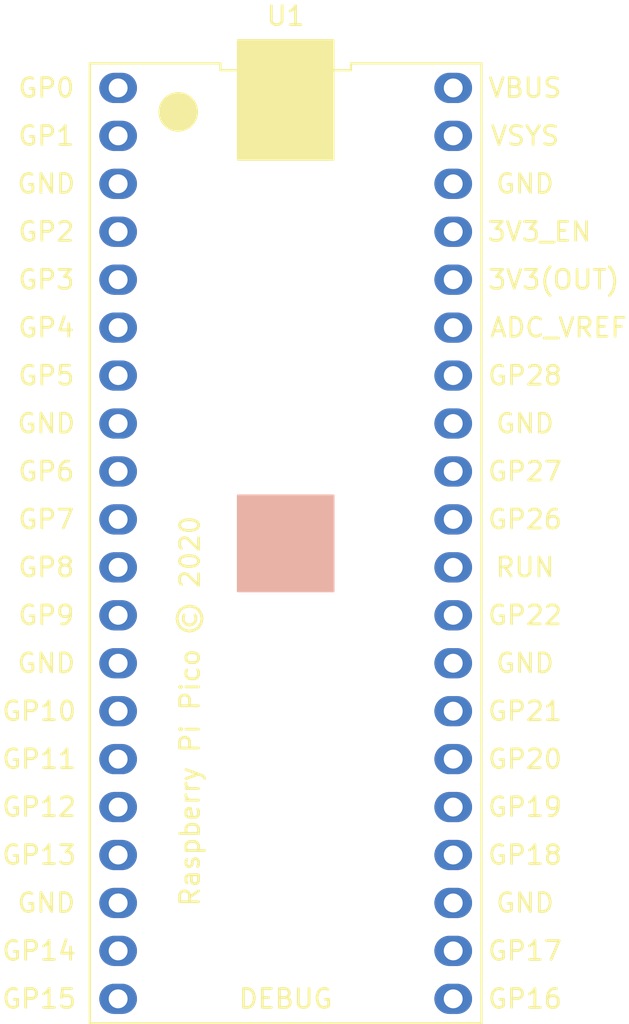
<source format=kicad_pcb>
(kicad_pcb (version 20171130) (host pcbnew "(5.1.10-1-10_14)")

  (general
    (thickness 1.6)
    (drawings 0)
    (tracks 0)
    (zones 0)
    (modules 1)
    (nets 41)
  )

  (page A4)
  (layers
    (0 F.Cu signal)
    (31 B.Cu signal)
    (32 B.Adhes user)
    (33 F.Adhes user)
    (34 B.Paste user)
    (35 F.Paste user)
    (36 B.SilkS user)
    (37 F.SilkS user)
    (38 B.Mask user)
    (39 F.Mask user)
    (40 Dwgs.User user)
    (41 Cmts.User user)
    (42 Eco1.User user)
    (43 Eco2.User user)
    (44 Edge.Cuts user)
    (45 Margin user)
    (46 B.CrtYd user)
    (47 F.CrtYd user)
    (48 B.Fab user)
    (49 F.Fab user)
  )

  (setup
    (last_trace_width 0.25)
    (trace_clearance 0.2)
    (zone_clearance 0.508)
    (zone_45_only no)
    (trace_min 0.2)
    (via_size 0.8)
    (via_drill 0.4)
    (via_min_size 0.4)
    (via_min_drill 0.3)
    (uvia_size 0.3)
    (uvia_drill 0.1)
    (uvias_allowed no)
    (uvia_min_size 0.2)
    (uvia_min_drill 0.1)
    (edge_width 0.05)
    (segment_width 0.2)
    (pcb_text_width 0.3)
    (pcb_text_size 1.5 1.5)
    (mod_edge_width 0.12)
    (mod_text_size 1 1)
    (mod_text_width 0.15)
    (pad_size 1.524 1.524)
    (pad_drill 0.762)
    (pad_to_mask_clearance 0)
    (aux_axis_origin 0 0)
    (visible_elements FFFFFF7F)
    (pcbplotparams
      (layerselection 0x010fc_ffffffff)
      (usegerberextensions false)
      (usegerberattributes true)
      (usegerberadvancedattributes true)
      (creategerberjobfile true)
      (excludeedgelayer true)
      (linewidth 0.100000)
      (plotframeref false)
      (viasonmask false)
      (mode 1)
      (useauxorigin false)
      (hpglpennumber 1)
      (hpglpenspeed 20)
      (hpglpendiameter 15.000000)
      (psnegative false)
      (psa4output false)
      (plotreference true)
      (plotvalue true)
      (plotinvisibletext false)
      (padsonsilk false)
      (subtractmaskfromsilk false)
      (outputformat 1)
      (mirror false)
      (drillshape 1)
      (scaleselection 1)
      (outputdirectory ""))
  )

  (net 0 "")
  (net 1 "Net-(U1-Pad20)")
  (net 2 "Net-(U1-Pad21)")
  (net 3 "Net-(U1-Pad19)")
  (net 4 "Net-(U1-Pad22)")
  (net 5 "Net-(U1-Pad18)")
  (net 6 "Net-(U1-Pad23)")
  (net 7 "Net-(U1-Pad17)")
  (net 8 "Net-(U1-Pad24)")
  (net 9 "Net-(U1-Pad16)")
  (net 10 "Net-(U1-Pad25)")
  (net 11 "Net-(U1-Pad15)")
  (net 12 "Net-(U1-Pad26)")
  (net 13 "Net-(U1-Pad14)")
  (net 14 "Net-(U1-Pad27)")
  (net 15 "Net-(U1-Pad13)")
  (net 16 "Net-(U1-Pad28)")
  (net 17 "Net-(U1-Pad12)")
  (net 18 "Net-(U1-Pad29)")
  (net 19 "Net-(U1-Pad11)")
  (net 20 "Net-(U1-Pad30)")
  (net 21 "Net-(U1-Pad10)")
  (net 22 "Net-(U1-Pad31)")
  (net 23 "Net-(U1-Pad9)")
  (net 24 "Net-(U1-Pad32)")
  (net 25 "Net-(U1-Pad8)")
  (net 26 "Net-(U1-Pad33)")
  (net 27 "Net-(U1-Pad7)")
  (net 28 "Net-(U1-Pad34)")
  (net 29 "Net-(U1-Pad6)")
  (net 30 "Net-(U1-Pad35)")
  (net 31 "Net-(U1-Pad5)")
  (net 32 "Net-(U1-Pad36)")
  (net 33 "Net-(U1-Pad4)")
  (net 34 "Net-(U1-Pad37)")
  (net 35 "Net-(U1-Pad3)")
  (net 36 "Net-(U1-Pad38)")
  (net 37 "Net-(U1-Pad2)")
  (net 38 "Net-(U1-Pad39)")
  (net 39 "Net-(U1-Pad1)")
  (net 40 "Net-(U1-Pad40)")

  (net_class Default "This is the default net class."
    (clearance 0.2)
    (trace_width 0.25)
    (via_dia 0.8)
    (via_drill 0.4)
    (uvia_dia 0.3)
    (uvia_drill 0.1)
    (add_net "Net-(U1-Pad1)")
    (add_net "Net-(U1-Pad10)")
    (add_net "Net-(U1-Pad11)")
    (add_net "Net-(U1-Pad12)")
    (add_net "Net-(U1-Pad13)")
    (add_net "Net-(U1-Pad14)")
    (add_net "Net-(U1-Pad15)")
    (add_net "Net-(U1-Pad16)")
    (add_net "Net-(U1-Pad17)")
    (add_net "Net-(U1-Pad18)")
    (add_net "Net-(U1-Pad19)")
    (add_net "Net-(U1-Pad2)")
    (add_net "Net-(U1-Pad20)")
    (add_net "Net-(U1-Pad21)")
    (add_net "Net-(U1-Pad22)")
    (add_net "Net-(U1-Pad23)")
    (add_net "Net-(U1-Pad24)")
    (add_net "Net-(U1-Pad25)")
    (add_net "Net-(U1-Pad26)")
    (add_net "Net-(U1-Pad27)")
    (add_net "Net-(U1-Pad28)")
    (add_net "Net-(U1-Pad29)")
    (add_net "Net-(U1-Pad3)")
    (add_net "Net-(U1-Pad30)")
    (add_net "Net-(U1-Pad31)")
    (add_net "Net-(U1-Pad32)")
    (add_net "Net-(U1-Pad33)")
    (add_net "Net-(U1-Pad34)")
    (add_net "Net-(U1-Pad35)")
    (add_net "Net-(U1-Pad36)")
    (add_net "Net-(U1-Pad37)")
    (add_net "Net-(U1-Pad38)")
    (add_net "Net-(U1-Pad39)")
    (add_net "Net-(U1-Pad4)")
    (add_net "Net-(U1-Pad40)")
    (add_net "Net-(U1-Pad5)")
    (add_net "Net-(U1-Pad6)")
    (add_net "Net-(U1-Pad7)")
    (add_net "Net-(U1-Pad8)")
    (add_net "Net-(U1-Pad9)")
  )

  (module raspberrypipico:Pico (layer F.Cu) (tedit 6168E620) (tstamp 6168E98B)
    (at 156.21 93.98)
    (descr "Footprint for a Pro Micro compatible board, such as the Raspberry Pi Pico")
    (path /61692947)
    (fp_text reference U1 (at 0 -27.94) (layer F.SilkS)
      (effects (font (size 1 1) (thickness 0.15)))
    )
    (fp_text value RaspberryPiPico (at 0 0) (layer F.Fab)
      (effects (font (size 0.7 0.7) (thickness 0.1)))
    )
    (fp_text user "Raspberry Pi Pico © 2020" (at -5.08 8.89 90) (layer F.SilkS)
      (effects (font (size 1 1) (thickness 0.15)))
    )
    (fp_text user DEBUG (at 0 24.13) (layer F.SilkS)
      (effects (font (size 1 1) (thickness 0.15)))
    )
    (fp_text user GP15 (at -13.081 24.13) (layer F.SilkS)
      (effects (font (size 1 1) (thickness 0.15)))
    )
    (fp_text user GP14 (at -13.081 21.59) (layer F.SilkS)
      (effects (font (size 1 1) (thickness 0.15)))
    )
    (fp_text user GND (at -12.7 19.05) (layer F.SilkS)
      (effects (font (size 1 1) (thickness 0.15)))
    )
    (fp_text user GP13 (at -13.081 16.51) (layer F.SilkS)
      (effects (font (size 1 1) (thickness 0.15)))
    )
    (fp_text user GP12 (at -13.081 13.97) (layer F.SilkS)
      (effects (font (size 1 1) (thickness 0.15)))
    )
    (fp_text user GP11 (at -13.081 11.43) (layer F.SilkS)
      (effects (font (size 1 1) (thickness 0.15)))
    )
    (fp_text user GP10 (at -13.081 8.89) (layer F.SilkS)
      (effects (font (size 1 1) (thickness 0.15)))
    )
    (fp_text user GND (at -12.7 6.35) (layer F.SilkS)
      (effects (font (size 1 1) (thickness 0.15)))
    )
    (fp_text user GP9 (at -12.7 3.81) (layer F.SilkS)
      (effects (font (size 1 1) (thickness 0.15)))
    )
    (fp_text user GP8 (at -12.7 1.27) (layer F.SilkS)
      (effects (font (size 1 1) (thickness 0.15)))
    )
    (fp_text user GP7 (at -12.7 -1.27) (layer F.SilkS)
      (effects (font (size 1 1) (thickness 0.15)))
    )
    (fp_text user GP6 (at -12.7 -3.81) (layer F.SilkS)
      (effects (font (size 1 1) (thickness 0.15)))
    )
    (fp_text user GND (at -12.7 -6.35) (layer F.SilkS)
      (effects (font (size 1 1) (thickness 0.15)))
    )
    (fp_text user GP5 (at -12.7 -8.89) (layer F.SilkS)
      (effects (font (size 1 1) (thickness 0.15)))
    )
    (fp_text user GP4 (at -12.7 -11.43) (layer F.SilkS)
      (effects (font (size 1 1) (thickness 0.15)))
    )
    (fp_text user GP3 (at -12.7 -13.97) (layer F.SilkS)
      (effects (font (size 1 1) (thickness 0.15)))
    )
    (fp_text user GP2 (at -12.7 -16.51) (layer F.SilkS)
      (effects (font (size 1 1) (thickness 0.15)))
    )
    (fp_text user GND (at -12.7 -19.05) (layer F.SilkS)
      (effects (font (size 1 1) (thickness 0.15)))
    )
    (fp_text user GP1 (at -12.7 -21.59) (layer F.SilkS)
      (effects (font (size 1 1) (thickness 0.15)))
    )
    (fp_text user GP0 (at -12.7 -24.13) (layer F.SilkS)
      (effects (font (size 1 1) (thickness 0.15)))
    )
    (fp_text user VBUS (at 12.7 -24.13) (layer F.SilkS)
      (effects (font (size 1 1) (thickness 0.15)))
    )
    (fp_text user VSYS (at 12.7 -21.59) (layer F.SilkS)
      (effects (font (size 1 1) (thickness 0.15)))
    )
    (fp_text user GND (at 12.7 -19.05) (layer F.SilkS)
      (effects (font (size 1 1) (thickness 0.15)))
    )
    (fp_text user 3V3_EN (at 13.462 -16.51) (layer F.SilkS)
      (effects (font (size 1 1) (thickness 0.15)))
    )
    (fp_text user "3V3(OUT)" (at 14.224 -13.97) (layer F.SilkS)
      (effects (font (size 1 1) (thickness 0.15)))
    )
    (fp_text user ADC_VREF (at 14.478 -11.43) (layer F.SilkS)
      (effects (font (size 1 1) (thickness 0.15)))
    )
    (fp_text user GP28 (at 12.7 -8.89) (layer F.SilkS)
      (effects (font (size 1 1) (thickness 0.15)))
    )
    (fp_text user GND (at 12.7 -6.35) (layer F.SilkS)
      (effects (font (size 1 1) (thickness 0.15)))
    )
    (fp_text user GP27 (at 12.7 -3.81) (layer F.SilkS)
      (effects (font (size 1 1) (thickness 0.15)))
    )
    (fp_text user GP26 (at 12.7 -1.27) (layer F.SilkS)
      (effects (font (size 1 1) (thickness 0.15)))
    )
    (fp_text user RUN (at 12.7 1.27) (layer F.SilkS)
      (effects (font (size 1 1) (thickness 0.15)))
    )
    (fp_text user GP22 (at 12.7 3.81) (layer F.SilkS)
      (effects (font (size 1 1) (thickness 0.15)))
    )
    (fp_text user GND (at 12.7 6.35) (layer F.SilkS)
      (effects (font (size 1 1) (thickness 0.15)))
    )
    (fp_text user GP21 (at 12.7 8.89) (layer F.SilkS)
      (effects (font (size 1 1) (thickness 0.15)))
    )
    (fp_text user GP20 (at 12.7 11.43) (layer F.SilkS)
      (effects (font (size 1 1) (thickness 0.15)))
    )
    (fp_text user GP19 (at 12.7 13.97) (layer F.SilkS)
      (effects (font (size 1 1) (thickness 0.15)))
    )
    (fp_text user GP18 (at 12.7 16.51) (layer F.SilkS)
      (effects (font (size 1 1) (thickness 0.15)))
    )
    (fp_text user GP16 (at 12.7 24.13) (layer F.SilkS)
      (effects (font (size 1 1) (thickness 0.15)))
    )
    (fp_text user GP17 (at 12.7 21.59) (layer F.SilkS)
      (effects (font (size 1 1) (thickness 0.15)))
    )
    (fp_text user GND (at 12.7 19.05) (layer F.SilkS)
      (effects (font (size 1 1) (thickness 0.15)))
    )
    (fp_poly (pts (xy 2.54 2.54) (xy -2.54 2.54) (xy -2.54 -2.54) (xy 2.54 -2.54)) (layer B.SilkS) (width 0.1))
    (fp_poly (pts (xy 2.54 -20.32) (xy -2.54 -20.32) (xy -2.54 -26.67) (xy 2.54 -26.67)) (layer F.SilkS) (width 0.1))
    (fp_line (start -10.14 -25.18) (end 10.14 -25.18) (layer F.CrtYd) (width 0.05))
    (fp_line (start -10.14 25.18) (end -10.14 -25.18) (layer F.CrtYd) (width 0.05))
    (fp_line (start 10.14 25.18) (end -10.14 25.18) (layer F.CrtYd) (width 0.05))
    (fp_line (start 10.14 -25.18) (end 10.14 25.18) (layer F.CrtYd) (width 0.05))
    (fp_line (start -3.463333 -25.43) (end -10.389999 -25.43) (layer F.SilkS) (width 0.12))
    (fp_line (start -3.463333 -25.07) (end -3.463333 -25.43) (layer F.SilkS) (width 0.12))
    (fp_line (start 3.463333 -25.07) (end -3.463333 -25.07) (layer F.SilkS) (width 0.12))
    (fp_line (start 3.463333 -25.43) (end 3.463333 -25.07) (layer F.SilkS) (width 0.12))
    (fp_line (start 10.39 -25.43) (end 3.463333 -25.43) (layer F.SilkS) (width 0.12))
    (fp_line (start 10.389999 25.43) (end 10.39 -25.43) (layer F.SilkS) (width 0.12))
    (fp_line (start -10.39 25.43) (end 10.389999 25.43) (layer F.SilkS) (width 0.12))
    (fp_line (start -10.389999 -25.43) (end -10.39 25.43) (layer F.SilkS) (width 0.12))
    (pad REF smd circle (at -5.7 -22.86) (size 2.1 2.1) (layers F.SilkS))
    (pad 20 thru_hole oval (at -8.89 24.13 270) (size 1.6 2) (drill 1) (layers *.Cu *.Mask)
      (net 1 "Net-(U1-Pad20)"))
    (pad 21 thru_hole oval (at 8.89 24.13 270) (size 1.6 2) (drill 1) (layers *.Cu *.Mask)
      (net 2 "Net-(U1-Pad21)"))
    (pad 19 thru_hole oval (at -8.89 21.59 270) (size 1.6 2) (drill 1) (layers *.Cu *.Mask)
      (net 3 "Net-(U1-Pad19)"))
    (pad 22 thru_hole oval (at 8.89 21.59 270) (size 1.6 2) (drill 1) (layers *.Cu *.Mask)
      (net 4 "Net-(U1-Pad22)"))
    (pad 18 thru_hole oval (at -8.89 19.05 270) (size 1.6 2) (drill 1) (layers *.Cu *.Mask)
      (net 5 "Net-(U1-Pad18)"))
    (pad 23 thru_hole oval (at 8.89 19.05 270) (size 1.6 2) (drill 1) (layers *.Cu *.Mask)
      (net 6 "Net-(U1-Pad23)"))
    (pad 17 thru_hole oval (at -8.89 16.51 270) (size 1.6 2) (drill 1) (layers *.Cu *.Mask)
      (net 7 "Net-(U1-Pad17)"))
    (pad 24 thru_hole oval (at 8.89 16.51 270) (size 1.6 2) (drill 1) (layers *.Cu *.Mask)
      (net 8 "Net-(U1-Pad24)"))
    (pad 16 thru_hole oval (at -8.89 13.97 270) (size 1.6 2) (drill 1) (layers *.Cu *.Mask)
      (net 9 "Net-(U1-Pad16)"))
    (pad 25 thru_hole oval (at 8.89 13.97 270) (size 1.6 2) (drill 1) (layers *.Cu *.Mask)
      (net 10 "Net-(U1-Pad25)"))
    (pad 15 thru_hole oval (at -8.89 11.43 270) (size 1.6 2) (drill 1) (layers *.Cu *.Mask)
      (net 11 "Net-(U1-Pad15)"))
    (pad 26 thru_hole oval (at 8.89 11.43 270) (size 1.6 2) (drill 1) (layers *.Cu *.Mask)
      (net 12 "Net-(U1-Pad26)"))
    (pad 14 thru_hole oval (at -8.89 8.89 270) (size 1.6 2) (drill 1) (layers *.Cu *.Mask)
      (net 13 "Net-(U1-Pad14)"))
    (pad 27 thru_hole oval (at 8.89 8.89 270) (size 1.6 2) (drill 1) (layers *.Cu *.Mask)
      (net 14 "Net-(U1-Pad27)"))
    (pad 13 thru_hole oval (at -8.89 6.35 270) (size 1.6 2) (drill 1) (layers *.Cu *.Mask)
      (net 15 "Net-(U1-Pad13)"))
    (pad 28 thru_hole oval (at 8.89 6.35 270) (size 1.6 2) (drill 1) (layers *.Cu *.Mask)
      (net 16 "Net-(U1-Pad28)"))
    (pad 12 thru_hole oval (at -8.89 3.81 270) (size 1.6 2) (drill 1) (layers *.Cu *.Mask)
      (net 17 "Net-(U1-Pad12)"))
    (pad 29 thru_hole oval (at 8.89 3.81 270) (size 1.6 2) (drill 1) (layers *.Cu *.Mask)
      (net 18 "Net-(U1-Pad29)"))
    (pad 11 thru_hole oval (at -8.89 1.27 270) (size 1.6 2) (drill 1) (layers *.Cu *.Mask)
      (net 19 "Net-(U1-Pad11)"))
    (pad 30 thru_hole oval (at 8.89 1.27 270) (size 1.6 2) (drill 1) (layers *.Cu *.Mask)
      (net 20 "Net-(U1-Pad30)"))
    (pad 10 thru_hole oval (at -8.89 -1.27 270) (size 1.6 2) (drill 1) (layers *.Cu *.Mask)
      (net 21 "Net-(U1-Pad10)"))
    (pad 31 thru_hole oval (at 8.89 -1.27 270) (size 1.6 2) (drill 1) (layers *.Cu *.Mask)
      (net 22 "Net-(U1-Pad31)"))
    (pad 9 thru_hole oval (at -8.89 -3.81 270) (size 1.6 2) (drill 1) (layers *.Cu *.Mask)
      (net 23 "Net-(U1-Pad9)"))
    (pad 32 thru_hole oval (at 8.89 -3.81 270) (size 1.6 2) (drill 1) (layers *.Cu *.Mask)
      (net 24 "Net-(U1-Pad32)"))
    (pad 8 thru_hole oval (at -8.89 -6.35 270) (size 1.6 2) (drill 1) (layers *.Cu *.Mask)
      (net 25 "Net-(U1-Pad8)"))
    (pad 33 thru_hole oval (at 8.89 -6.35 270) (size 1.6 2) (drill 1) (layers *.Cu *.Mask)
      (net 26 "Net-(U1-Pad33)"))
    (pad 7 thru_hole oval (at -8.89 -8.89 270) (size 1.6 2) (drill 1) (layers *.Cu *.Mask)
      (net 27 "Net-(U1-Pad7)"))
    (pad 34 thru_hole oval (at 8.89 -8.89 270) (size 1.6 2) (drill 1) (layers *.Cu *.Mask)
      (net 28 "Net-(U1-Pad34)"))
    (pad 6 thru_hole oval (at -8.89 -11.43 270) (size 1.6 2) (drill 1) (layers *.Cu *.Mask)
      (net 29 "Net-(U1-Pad6)"))
    (pad 35 thru_hole oval (at 8.89 -11.43 270) (size 1.6 2) (drill 1) (layers *.Cu *.Mask)
      (net 30 "Net-(U1-Pad35)"))
    (pad 5 thru_hole oval (at -8.89 -13.97 270) (size 1.6 2) (drill 1) (layers *.Cu *.Mask)
      (net 31 "Net-(U1-Pad5)"))
    (pad 36 thru_hole oval (at 8.89 -13.97 270) (size 1.6 2) (drill 1) (layers *.Cu *.Mask)
      (net 32 "Net-(U1-Pad36)"))
    (pad 4 thru_hole oval (at -8.89 -16.51 270) (size 1.6 2) (drill 1) (layers *.Cu *.Mask)
      (net 33 "Net-(U1-Pad4)"))
    (pad 37 thru_hole oval (at 8.89 -16.51 270) (size 1.6 2) (drill 1) (layers *.Cu *.Mask)
      (net 34 "Net-(U1-Pad37)"))
    (pad 3 thru_hole oval (at -8.89 -19.05 270) (size 1.6 2) (drill 1) (layers *.Cu *.Mask)
      (net 35 "Net-(U1-Pad3)"))
    (pad 38 thru_hole oval (at 8.89 -19.05 270) (size 1.6 2) (drill 1) (layers *.Cu *.Mask)
      (net 36 "Net-(U1-Pad38)"))
    (pad 2 thru_hole oval (at -8.89 -21.59 270) (size 1.6 2) (drill 1) (layers *.Cu *.Mask)
      (net 37 "Net-(U1-Pad2)"))
    (pad 39 thru_hole oval (at 8.89 -21.59 270) (size 1.6 2) (drill 1) (layers *.Cu *.Mask)
      (net 38 "Net-(U1-Pad39)"))
    (pad 1 thru_hole oval (at -8.89 -24.13 270) (size 1.6 2) (drill 1) (layers *.Cu *.Mask)
      (net 39 "Net-(U1-Pad1)"))
    (pad 40 thru_hole oval (at 8.89 -24.13 270) (size 1.6 2) (drill 1) (layers *.Cu *.Mask)
      (net 40 "Net-(U1-Pad40)"))
  )

)

</source>
